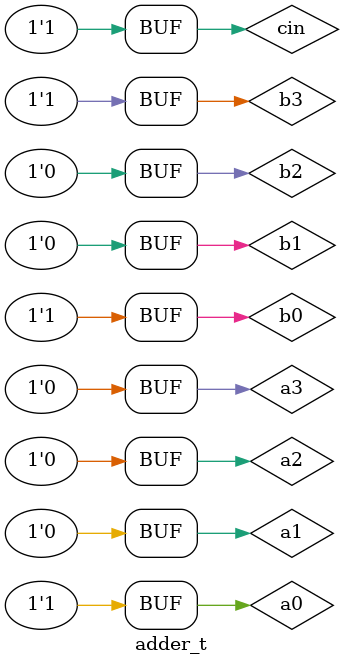
<source format=v>
`timescale 1ns / 1ps


module adder_t;

    reg a3;
    reg a2;
    reg a1;
    reg a0;
    reg b3;
    reg b2;
    reg b1;
    reg b0;
    reg cin;
    wire cout0;
    wire cout1;
    wire cout2;
    wire cout3;
    wire s3;
    wire s2;
    wire s1;
    wire s0;
 
    adder uut(.a3(a3), .a2(a2), .a1(a1), .a0(a0), .b3(b3), .b2(b2), .b1(b1), .b0(b0), .s3(s3), .s2(s2), .s1(s1), .s0(s0), .cin(cin), .cout0(cout0), .cout1(cout1), .cout2(cout2), .cout3(cout3));
    
    initial begin
    a3=0; a2=0; a1=0;a0=0;b3=0;b2=0;b1=0;b0=0; cin=0;
    
    #100;
    #100 a3=0; a2=0; a1=0;a0=1;b3=1;b2=0;b1=0;b0=1; cin=1;
    
    end

endmodule

</source>
